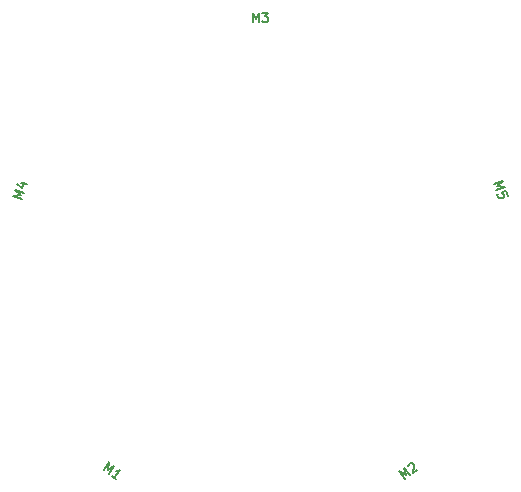
<source format=gbr>
%TF.GenerationSoftware,KiCad,Pcbnew,5.1.6-c6e7f7d~87~ubuntu18.04.1*%
%TF.CreationDate,2020-07-29T15:29:24-07:00*%
%TF.ProjectId,mountingplate,6d6f756e-7469-46e6-9770-6c6174652e6b,rev?*%
%TF.SameCoordinates,Original*%
%TF.FileFunction,Legend,Top*%
%TF.FilePolarity,Positive*%
%FSLAX46Y46*%
G04 Gerber Fmt 4.6, Leading zero omitted, Abs format (unit mm)*
G04 Created by KiCad (PCBNEW 5.1.6-c6e7f7d~87~ubuntu18.04.1) date 2020-07-29 15:29:24*
%MOMM*%
%LPD*%
G01*
G04 APERTURE LIST*
%ADD10C,0.150000*%
G04 APERTURE END LIST*
%TO.C,M1*%
D10*
X102572040Y-86562255D02*
X103042269Y-85915041D01*
X102922129Y-86534079D01*
X103473744Y-86228527D01*
X103003516Y-86875740D01*
X103650730Y-87345968D02*
X103280893Y-87077267D01*
X103465812Y-87211617D02*
X103936040Y-86564404D01*
X103807225Y-86612079D01*
X103700802Y-86628935D01*
X103616771Y-86614971D01*
%TO.C,M2*%
X128060089Y-87323577D02*
X127589861Y-86676363D01*
X128141476Y-86981916D01*
X128021336Y-86362877D01*
X128491565Y-87010091D01*
X128343497Y-86222990D02*
X128351925Y-86169779D01*
X128391173Y-86094176D01*
X128545271Y-85982217D01*
X128629303Y-85968253D01*
X128682514Y-85976680D01*
X128758117Y-86015928D01*
X128802901Y-86077567D01*
X128839257Y-86192418D01*
X128738122Y-86830957D01*
X129138778Y-86539863D01*
%TO.C,M3*%
X115176380Y-48621904D02*
X115176380Y-47821904D01*
X115443047Y-48393333D01*
X115709714Y-47821904D01*
X115709714Y-48621904D01*
X116014476Y-47821904D02*
X116509714Y-47821904D01*
X116243047Y-48126666D01*
X116357333Y-48126666D01*
X116433523Y-48164761D01*
X116471619Y-48202857D01*
X116509714Y-48279047D01*
X116509714Y-48469523D01*
X116471619Y-48545714D01*
X116433523Y-48583809D01*
X116357333Y-48621904D01*
X116128761Y-48621904D01*
X116052571Y-48583809D01*
X116014476Y-48545714D01*
%TO.C,M5*%
X135601245Y-62341783D02*
X136362091Y-62094569D01*
X135901034Y-62524766D01*
X136526900Y-62601799D01*
X135766054Y-62849013D01*
X136762341Y-63326414D02*
X136644620Y-62964107D01*
X136270541Y-63045597D01*
X136318544Y-63070055D01*
X136378319Y-63130745D01*
X136437179Y-63311898D01*
X136424493Y-63396132D01*
X136400034Y-63444135D01*
X136339345Y-63503910D01*
X136158191Y-63562770D01*
X136073957Y-63550083D01*
X136025955Y-63525625D01*
X135966180Y-63464935D01*
X135907319Y-63283782D01*
X135920006Y-63199548D01*
X135944465Y-63151545D01*
%TO.C,M4*%
X95678503Y-63573628D02*
X94917658Y-63326414D01*
X95543523Y-63249380D01*
X95082467Y-62819184D01*
X95843312Y-63066397D01*
X95559751Y-62213205D02*
X96066982Y-62378014D01*
X95211045Y-62300182D02*
X95695646Y-62657916D01*
X95848683Y-62186917D01*
%TD*%
M02*

</source>
